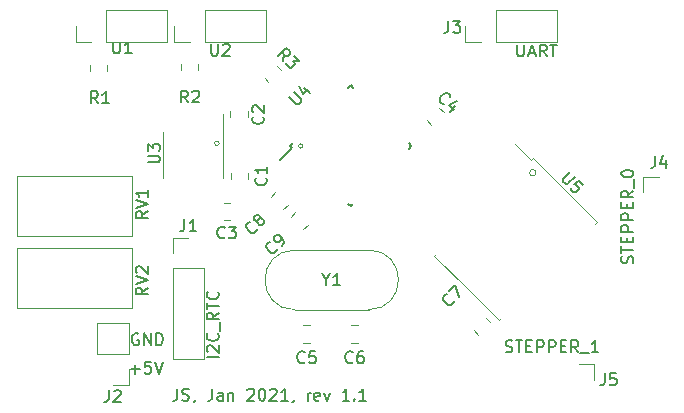
<source format=gbr>
%TF.GenerationSoftware,KiCad,Pcbnew,(5.1.8)-1*%
%TF.CreationDate,2021-01-17T19:24:47+01:00*%
%TF.ProjectId,Cirkel_Kalender,4369726b-656c-45f4-9b61-6c656e646572,rev?*%
%TF.SameCoordinates,Original*%
%TF.FileFunction,Legend,Top*%
%TF.FilePolarity,Positive*%
%FSLAX46Y46*%
G04 Gerber Fmt 4.6, Leading zero omitted, Abs format (unit mm)*
G04 Created by KiCad (PCBNEW (5.1.8)-1) date 2021-01-17 19:24:47*
%MOMM*%
%LPD*%
G01*
G04 APERTURE LIST*
%ADD10C,0.120000*%
%ADD11C,0.150000*%
G04 APERTURE END LIST*
D10*
X59888543Y-165328600D02*
G75*
G03*
X59888543Y-165328600I-274743J0D01*
G01*
X40137362Y-163068000D02*
G75*
G03*
X40137362Y-163068000I-183162J0D01*
G01*
X33061041Y-162839400D02*
G75*
G03*
X33061041Y-162839400I-193441J0D01*
G01*
D11*
X29504666Y-183627780D02*
X29504666Y-184342066D01*
X29457047Y-184484923D01*
X29361809Y-184580161D01*
X29218952Y-184627780D01*
X29123714Y-184627780D01*
X29933238Y-184580161D02*
X30076095Y-184627780D01*
X30314190Y-184627780D01*
X30409428Y-184580161D01*
X30457047Y-184532542D01*
X30504666Y-184437304D01*
X30504666Y-184342066D01*
X30457047Y-184246828D01*
X30409428Y-184199209D01*
X30314190Y-184151590D01*
X30123714Y-184103971D01*
X30028476Y-184056352D01*
X29980857Y-184008733D01*
X29933238Y-183913495D01*
X29933238Y-183818257D01*
X29980857Y-183723019D01*
X30028476Y-183675400D01*
X30123714Y-183627780D01*
X30361809Y-183627780D01*
X30504666Y-183675400D01*
X30980857Y-184580161D02*
X30980857Y-184627780D01*
X30933238Y-184723019D01*
X30885619Y-184770638D01*
X32457047Y-183627780D02*
X32457047Y-184342066D01*
X32409428Y-184484923D01*
X32314190Y-184580161D01*
X32171333Y-184627780D01*
X32076095Y-184627780D01*
X33361809Y-184627780D02*
X33361809Y-184103971D01*
X33314190Y-184008733D01*
X33218952Y-183961114D01*
X33028476Y-183961114D01*
X32933238Y-184008733D01*
X33361809Y-184580161D02*
X33266571Y-184627780D01*
X33028476Y-184627780D01*
X32933238Y-184580161D01*
X32885619Y-184484923D01*
X32885619Y-184389685D01*
X32933238Y-184294447D01*
X33028476Y-184246828D01*
X33266571Y-184246828D01*
X33361809Y-184199209D01*
X33838000Y-183961114D02*
X33838000Y-184627780D01*
X33838000Y-184056352D02*
X33885619Y-184008733D01*
X33980857Y-183961114D01*
X34123714Y-183961114D01*
X34218952Y-184008733D01*
X34266571Y-184103971D01*
X34266571Y-184627780D01*
X35457047Y-183723019D02*
X35504666Y-183675400D01*
X35599904Y-183627780D01*
X35838000Y-183627780D01*
X35933238Y-183675400D01*
X35980857Y-183723019D01*
X36028476Y-183818257D01*
X36028476Y-183913495D01*
X35980857Y-184056352D01*
X35409428Y-184627780D01*
X36028476Y-184627780D01*
X36647523Y-183627780D02*
X36742761Y-183627780D01*
X36838000Y-183675400D01*
X36885619Y-183723019D01*
X36933238Y-183818257D01*
X36980857Y-184008733D01*
X36980857Y-184246828D01*
X36933238Y-184437304D01*
X36885619Y-184532542D01*
X36838000Y-184580161D01*
X36742761Y-184627780D01*
X36647523Y-184627780D01*
X36552285Y-184580161D01*
X36504666Y-184532542D01*
X36457047Y-184437304D01*
X36409428Y-184246828D01*
X36409428Y-184008733D01*
X36457047Y-183818257D01*
X36504666Y-183723019D01*
X36552285Y-183675400D01*
X36647523Y-183627780D01*
X37361809Y-183723019D02*
X37409428Y-183675400D01*
X37504666Y-183627780D01*
X37742761Y-183627780D01*
X37838000Y-183675400D01*
X37885619Y-183723019D01*
X37933238Y-183818257D01*
X37933238Y-183913495D01*
X37885619Y-184056352D01*
X37314190Y-184627780D01*
X37933238Y-184627780D01*
X38885619Y-184627780D02*
X38314190Y-184627780D01*
X38599904Y-184627780D02*
X38599904Y-183627780D01*
X38504666Y-183770638D01*
X38409428Y-183865876D01*
X38314190Y-183913495D01*
X39361809Y-184580161D02*
X39361809Y-184627780D01*
X39314190Y-184723019D01*
X39266571Y-184770638D01*
X40552285Y-184627780D02*
X40552285Y-183961114D01*
X40552285Y-184151590D02*
X40599904Y-184056352D01*
X40647523Y-184008733D01*
X40742761Y-183961114D01*
X40838000Y-183961114D01*
X41552285Y-184580161D02*
X41457047Y-184627780D01*
X41266571Y-184627780D01*
X41171333Y-184580161D01*
X41123714Y-184484923D01*
X41123714Y-184103971D01*
X41171333Y-184008733D01*
X41266571Y-183961114D01*
X41457047Y-183961114D01*
X41552285Y-184008733D01*
X41599904Y-184103971D01*
X41599904Y-184199209D01*
X41123714Y-184294447D01*
X41933238Y-183961114D02*
X42171333Y-184627780D01*
X42409428Y-183961114D01*
X44076095Y-184627780D02*
X43504666Y-184627780D01*
X43790380Y-184627780D02*
X43790380Y-183627780D01*
X43695142Y-183770638D01*
X43599904Y-183865876D01*
X43504666Y-183913495D01*
X44504666Y-184532542D02*
X44552285Y-184580161D01*
X44504666Y-184627780D01*
X44457047Y-184580161D01*
X44504666Y-184532542D01*
X44504666Y-184627780D01*
X45504666Y-184627780D02*
X44933238Y-184627780D01*
X45218952Y-184627780D02*
X45218952Y-183627780D01*
X45123714Y-183770638D01*
X45028476Y-183865876D01*
X44933238Y-183913495D01*
X26212895Y-178976400D02*
X26117657Y-178928780D01*
X25974800Y-178928780D01*
X25831942Y-178976400D01*
X25736704Y-179071638D01*
X25689085Y-179166876D01*
X25641466Y-179357352D01*
X25641466Y-179500209D01*
X25689085Y-179690685D01*
X25736704Y-179785923D01*
X25831942Y-179881161D01*
X25974800Y-179928780D01*
X26070038Y-179928780D01*
X26212895Y-179881161D01*
X26260514Y-179833542D01*
X26260514Y-179500209D01*
X26070038Y-179500209D01*
X26689085Y-179928780D02*
X26689085Y-178928780D01*
X27260514Y-179928780D01*
X27260514Y-178928780D01*
X27736704Y-179928780D02*
X27736704Y-178928780D01*
X27974800Y-178928780D01*
X28117657Y-178976400D01*
X28212895Y-179071638D01*
X28260514Y-179166876D01*
X28308133Y-179357352D01*
X28308133Y-179500209D01*
X28260514Y-179690685D01*
X28212895Y-179785923D01*
X28117657Y-179881161D01*
X27974800Y-179928780D01*
X27736704Y-179928780D01*
X25562085Y-181960828D02*
X26323990Y-181960828D01*
X25943038Y-182341780D02*
X25943038Y-181579876D01*
X27276371Y-181341780D02*
X26800180Y-181341780D01*
X26752561Y-181817971D01*
X26800180Y-181770352D01*
X26895419Y-181722733D01*
X27133514Y-181722733D01*
X27228752Y-181770352D01*
X27276371Y-181817971D01*
X27323990Y-181913209D01*
X27323990Y-182151304D01*
X27276371Y-182246542D01*
X27228752Y-182294161D01*
X27133514Y-182341780D01*
X26895419Y-182341780D01*
X26800180Y-182294161D01*
X26752561Y-182246542D01*
X27609704Y-181341780D02*
X27943038Y-182341780D01*
X28276371Y-181341780D01*
X33015180Y-180944495D02*
X32015180Y-180944495D01*
X32110419Y-180515923D02*
X32062800Y-180468304D01*
X32015180Y-180373066D01*
X32015180Y-180134971D01*
X32062800Y-180039733D01*
X32110419Y-179992114D01*
X32205657Y-179944495D01*
X32300895Y-179944495D01*
X32443752Y-179992114D01*
X33015180Y-180563542D01*
X33015180Y-179944495D01*
X32919942Y-178944495D02*
X32967561Y-178992114D01*
X33015180Y-179134971D01*
X33015180Y-179230209D01*
X32967561Y-179373066D01*
X32872323Y-179468304D01*
X32777085Y-179515923D01*
X32586609Y-179563542D01*
X32443752Y-179563542D01*
X32253276Y-179515923D01*
X32158038Y-179468304D01*
X32062800Y-179373066D01*
X32015180Y-179230209D01*
X32015180Y-179134971D01*
X32062800Y-178992114D01*
X32110419Y-178944495D01*
X33110419Y-178754019D02*
X33110419Y-177992114D01*
X33015180Y-177182590D02*
X32538990Y-177515923D01*
X33015180Y-177754019D02*
X32015180Y-177754019D01*
X32015180Y-177373066D01*
X32062800Y-177277828D01*
X32110419Y-177230209D01*
X32205657Y-177182590D01*
X32348514Y-177182590D01*
X32443752Y-177230209D01*
X32491371Y-177277828D01*
X32538990Y-177373066D01*
X32538990Y-177754019D01*
X32015180Y-176896876D02*
X32015180Y-176325447D01*
X33015180Y-176611161D02*
X32015180Y-176611161D01*
X32919942Y-175420685D02*
X32967561Y-175468304D01*
X33015180Y-175611161D01*
X33015180Y-175706400D01*
X32967561Y-175849257D01*
X32872323Y-175944495D01*
X32777085Y-175992114D01*
X32586609Y-176039733D01*
X32443752Y-176039733D01*
X32253276Y-175992114D01*
X32158038Y-175944495D01*
X32062800Y-175849257D01*
X32015180Y-175706400D01*
X32015180Y-175611161D01*
X32062800Y-175468304D01*
X32110419Y-175420685D01*
X58297961Y-154493980D02*
X58297961Y-155303504D01*
X58345580Y-155398742D01*
X58393200Y-155446361D01*
X58488438Y-155493980D01*
X58678914Y-155493980D01*
X58774152Y-155446361D01*
X58821771Y-155398742D01*
X58869390Y-155303504D01*
X58869390Y-154493980D01*
X59297961Y-155208266D02*
X59774152Y-155208266D01*
X59202723Y-155493980D02*
X59536057Y-154493980D01*
X59869390Y-155493980D01*
X60774152Y-155493980D02*
X60440819Y-155017790D01*
X60202723Y-155493980D02*
X60202723Y-154493980D01*
X60583676Y-154493980D01*
X60678914Y-154541600D01*
X60726533Y-154589219D01*
X60774152Y-154684457D01*
X60774152Y-154827314D01*
X60726533Y-154922552D01*
X60678914Y-154970171D01*
X60583676Y-155017790D01*
X60202723Y-155017790D01*
X61059866Y-154493980D02*
X61631295Y-154493980D01*
X61345580Y-155493980D02*
X61345580Y-154493980D01*
X68070361Y-172990971D02*
X68117980Y-172848114D01*
X68117980Y-172610019D01*
X68070361Y-172514780D01*
X68022742Y-172467161D01*
X67927504Y-172419542D01*
X67832266Y-172419542D01*
X67737028Y-172467161D01*
X67689409Y-172514780D01*
X67641790Y-172610019D01*
X67594171Y-172800495D01*
X67546552Y-172895733D01*
X67498933Y-172943352D01*
X67403695Y-172990971D01*
X67308457Y-172990971D01*
X67213219Y-172943352D01*
X67165600Y-172895733D01*
X67117980Y-172800495D01*
X67117980Y-172562400D01*
X67165600Y-172419542D01*
X67117980Y-172133828D02*
X67117980Y-171562400D01*
X68117980Y-171848114D02*
X67117980Y-171848114D01*
X67594171Y-171229066D02*
X67594171Y-170895733D01*
X68117980Y-170752876D02*
X68117980Y-171229066D01*
X67117980Y-171229066D01*
X67117980Y-170752876D01*
X68117980Y-170324304D02*
X67117980Y-170324304D01*
X67117980Y-169943352D01*
X67165600Y-169848114D01*
X67213219Y-169800495D01*
X67308457Y-169752876D01*
X67451314Y-169752876D01*
X67546552Y-169800495D01*
X67594171Y-169848114D01*
X67641790Y-169943352D01*
X67641790Y-170324304D01*
X68117980Y-169324304D02*
X67117980Y-169324304D01*
X67117980Y-168943352D01*
X67165600Y-168848114D01*
X67213219Y-168800495D01*
X67308457Y-168752876D01*
X67451314Y-168752876D01*
X67546552Y-168800495D01*
X67594171Y-168848114D01*
X67641790Y-168943352D01*
X67641790Y-169324304D01*
X67594171Y-168324304D02*
X67594171Y-167990971D01*
X68117980Y-167848114D02*
X68117980Y-168324304D01*
X67117980Y-168324304D01*
X67117980Y-167848114D01*
X68117980Y-166848114D02*
X67641790Y-167181447D01*
X68117980Y-167419542D02*
X67117980Y-167419542D01*
X67117980Y-167038590D01*
X67165600Y-166943352D01*
X67213219Y-166895733D01*
X67308457Y-166848114D01*
X67451314Y-166848114D01*
X67546552Y-166895733D01*
X67594171Y-166943352D01*
X67641790Y-167038590D01*
X67641790Y-167419542D01*
X68213219Y-166657638D02*
X68213219Y-165895733D01*
X67117980Y-165467161D02*
X67117980Y-165371923D01*
X67165600Y-165276685D01*
X67213219Y-165229066D01*
X67308457Y-165181447D01*
X67498933Y-165133828D01*
X67737028Y-165133828D01*
X67927504Y-165181447D01*
X68022742Y-165229066D01*
X68070361Y-165276685D01*
X68117980Y-165371923D01*
X68117980Y-165467161D01*
X68070361Y-165562400D01*
X68022742Y-165610019D01*
X67927504Y-165657638D01*
X67737028Y-165705257D01*
X67498933Y-165705257D01*
X67308457Y-165657638D01*
X67213219Y-165610019D01*
X67165600Y-165562400D01*
X67117980Y-165467161D01*
X57310828Y-180490761D02*
X57453685Y-180538380D01*
X57691780Y-180538380D01*
X57787019Y-180490761D01*
X57834638Y-180443142D01*
X57882257Y-180347904D01*
X57882257Y-180252666D01*
X57834638Y-180157428D01*
X57787019Y-180109809D01*
X57691780Y-180062190D01*
X57501304Y-180014571D01*
X57406066Y-179966952D01*
X57358447Y-179919333D01*
X57310828Y-179824095D01*
X57310828Y-179728857D01*
X57358447Y-179633619D01*
X57406066Y-179586000D01*
X57501304Y-179538380D01*
X57739400Y-179538380D01*
X57882257Y-179586000D01*
X58167971Y-179538380D02*
X58739400Y-179538380D01*
X58453685Y-180538380D02*
X58453685Y-179538380D01*
X59072733Y-180014571D02*
X59406066Y-180014571D01*
X59548923Y-180538380D02*
X59072733Y-180538380D01*
X59072733Y-179538380D01*
X59548923Y-179538380D01*
X59977495Y-180538380D02*
X59977495Y-179538380D01*
X60358447Y-179538380D01*
X60453685Y-179586000D01*
X60501304Y-179633619D01*
X60548923Y-179728857D01*
X60548923Y-179871714D01*
X60501304Y-179966952D01*
X60453685Y-180014571D01*
X60358447Y-180062190D01*
X59977495Y-180062190D01*
X60977495Y-180538380D02*
X60977495Y-179538380D01*
X61358447Y-179538380D01*
X61453685Y-179586000D01*
X61501304Y-179633619D01*
X61548923Y-179728857D01*
X61548923Y-179871714D01*
X61501304Y-179966952D01*
X61453685Y-180014571D01*
X61358447Y-180062190D01*
X60977495Y-180062190D01*
X61977495Y-180014571D02*
X62310828Y-180014571D01*
X62453685Y-180538380D02*
X61977495Y-180538380D01*
X61977495Y-179538380D01*
X62453685Y-179538380D01*
X63453685Y-180538380D02*
X63120352Y-180062190D01*
X62882257Y-180538380D02*
X62882257Y-179538380D01*
X63263209Y-179538380D01*
X63358447Y-179586000D01*
X63406066Y-179633619D01*
X63453685Y-179728857D01*
X63453685Y-179871714D01*
X63406066Y-179966952D01*
X63358447Y-180014571D01*
X63263209Y-180062190D01*
X62882257Y-180062190D01*
X63644161Y-180633619D02*
X64406066Y-180633619D01*
X65167971Y-180538380D02*
X64596542Y-180538380D01*
X64882257Y-180538380D02*
X64882257Y-179538380D01*
X64787019Y-179681238D01*
X64691780Y-179776476D01*
X64596542Y-179824095D01*
D10*
%TO.C,U1*%
X20895000Y-154238000D02*
X20895000Y-152908000D01*
X22225000Y-154238000D02*
X20895000Y-154238000D01*
X23495000Y-154238000D02*
X23495000Y-151578000D01*
X23495000Y-151578000D02*
X28635000Y-151578000D01*
X23495000Y-154238000D02*
X28635000Y-154238000D01*
X28635000Y-154238000D02*
X28635000Y-151578000D01*
%TO.C,U2*%
X29251600Y-154238000D02*
X29251600Y-152908000D01*
X30581600Y-154238000D02*
X29251600Y-154238000D01*
X31851600Y-154238000D02*
X31851600Y-151578000D01*
X31851600Y-151578000D02*
X36991600Y-151578000D01*
X31851600Y-154238000D02*
X36991600Y-154238000D01*
X36991600Y-154238000D02*
X36991600Y-151578000D01*
%TO.C,C1*%
X34063000Y-165346748D02*
X34063000Y-165869252D01*
X35533000Y-165346748D02*
X35533000Y-165869252D01*
%TO.C,C2*%
X35482200Y-160636852D02*
X35482200Y-160114348D01*
X34012200Y-160636852D02*
X34012200Y-160114348D01*
%TO.C,C3*%
X33961252Y-167865000D02*
X33438748Y-167865000D01*
X33961252Y-169335000D02*
X33438748Y-169335000D01*
%TO.C,C7*%
X54595543Y-178684990D02*
X54965010Y-179054457D01*
X55634990Y-177645543D02*
X56004457Y-178015010D01*
%TO.C,R1*%
X22125000Y-156236936D02*
X22125000Y-156691064D01*
X23595000Y-156236936D02*
X23595000Y-156691064D01*
%TO.C,R2*%
X29795800Y-156170136D02*
X29795800Y-156624264D01*
X31265800Y-156170136D02*
X31265800Y-156624264D01*
%TO.C,R3*%
X36911718Y-157331165D02*
X37232835Y-157652282D01*
X37951165Y-156291718D02*
X38272282Y-156612835D01*
%TO.C,J5*%
X63500000Y-181550000D02*
X64830000Y-181550000D01*
X64830000Y-181550000D02*
X64830000Y-182880000D01*
%TO.C,J4*%
X68970000Y-167000000D02*
X68970000Y-165670000D01*
X68970000Y-165670000D02*
X70300000Y-165670000D01*
%TO.C,C4*%
X52054457Y-160215010D02*
X51684990Y-159845543D01*
X51015010Y-161254457D02*
X50645543Y-160884990D01*
%TO.C,C5*%
X40194748Y-178241000D02*
X40717252Y-178241000D01*
X40194748Y-179711000D02*
X40717252Y-179711000D01*
%TO.C,C6*%
X44258748Y-179711000D02*
X44781252Y-179711000D01*
X44258748Y-178241000D02*
X44781252Y-178241000D01*
%TO.C,J2*%
X25383800Y-178095600D02*
X22723800Y-178095600D01*
X25383800Y-180695600D02*
X25383800Y-178095600D01*
X22723800Y-180695600D02*
X22723800Y-178095600D01*
X25383800Y-180695600D02*
X22723800Y-180695600D01*
X25383800Y-181965600D02*
X25383800Y-183295600D01*
X25383800Y-183295600D02*
X24053800Y-183295600D01*
%TO.C,RV1*%
X25713000Y-170678000D02*
X15943000Y-170678000D01*
X25713000Y-165608000D02*
X15943000Y-165608000D01*
X25713000Y-170678000D02*
X25713000Y-165608000D01*
X15943000Y-170678000D02*
X15943000Y-165608000D01*
%TO.C,RV2*%
X15943000Y-176774000D02*
X15943000Y-171704000D01*
X25713000Y-176774000D02*
X25713000Y-171704000D01*
X25713000Y-171704000D02*
X15943000Y-171704000D01*
X25713000Y-176774000D02*
X15943000Y-176774000D01*
%TO.C,U3*%
X28290000Y-163800000D02*
X28290000Y-165750000D01*
X28290000Y-163800000D02*
X28290000Y-161850000D01*
X33410000Y-163800000D02*
X33410000Y-165750000D01*
X33410000Y-163800000D02*
X33410000Y-160350000D01*
D11*
%TO.C,U4*%
X39069476Y-163068000D02*
X39228575Y-163227099D01*
X44196000Y-157941476D02*
X44425810Y-158171286D01*
X49322524Y-163068000D02*
X49092714Y-162838190D01*
X44196000Y-168194524D02*
X43966190Y-167964714D01*
X39069476Y-163068000D02*
X39299286Y-162838190D01*
X44196000Y-168194524D02*
X44425810Y-167964714D01*
X49322524Y-163068000D02*
X49092714Y-163297810D01*
X44196000Y-157941476D02*
X43966190Y-158171286D01*
X39228575Y-163227099D02*
X38220948Y-164234726D01*
D10*
%TO.C,U5*%
X54004677Y-175103323D02*
X56734109Y-177832756D01*
X56734109Y-177832756D02*
X56907350Y-177659514D01*
X54004677Y-175103323D02*
X51275244Y-172373891D01*
X51275244Y-172373891D02*
X51448486Y-172200650D01*
X62327323Y-166780677D02*
X65056756Y-169510109D01*
X65056756Y-169510109D02*
X64883514Y-169683350D01*
X62327323Y-166780677D02*
X59597891Y-164051244D01*
X59597891Y-164051244D02*
X59424650Y-164224486D01*
X59424650Y-164224486D02*
X58141251Y-162941087D01*
%TO.C,Y1*%
X45713000Y-176929000D02*
X39463000Y-176929000D01*
X45713000Y-171879000D02*
X39463000Y-171879000D01*
X45713000Y-171879000D02*
G75*
G02*
X45713000Y-176929000I0J-2525000D01*
G01*
X39463000Y-171879000D02*
G75*
G03*
X39463000Y-176929000I0J-2525000D01*
G01*
%TO.C,C8*%
X37815010Y-166995543D02*
X37445543Y-167365010D01*
X38854457Y-168034990D02*
X38484990Y-168404457D01*
%TO.C,C9*%
X40554457Y-169734990D02*
X40184990Y-170104457D01*
X39515010Y-168695543D02*
X39145543Y-169065010D01*
%TO.C,J1*%
X29124600Y-181111200D02*
X31784600Y-181111200D01*
X29124600Y-173431200D02*
X29124600Y-181111200D01*
X31784600Y-173431200D02*
X31784600Y-181111200D01*
X29124600Y-173431200D02*
X31784600Y-173431200D01*
X29124600Y-172161200D02*
X29124600Y-170831200D01*
X29124600Y-170831200D02*
X30454600Y-170831200D01*
%TO.C,J3*%
X61629600Y-154238000D02*
X61629600Y-151578000D01*
X56489600Y-154238000D02*
X61629600Y-154238000D01*
X56489600Y-151578000D02*
X61629600Y-151578000D01*
X56489600Y-154238000D02*
X56489600Y-151578000D01*
X55219600Y-154238000D02*
X53889600Y-154238000D01*
X53889600Y-154238000D02*
X53889600Y-152908000D01*
%TO.C,U1*%
D11*
X24079295Y-154239980D02*
X24079295Y-155049504D01*
X24126914Y-155144742D01*
X24174533Y-155192361D01*
X24269771Y-155239980D01*
X24460247Y-155239980D01*
X24555485Y-155192361D01*
X24603104Y-155144742D01*
X24650723Y-155049504D01*
X24650723Y-154239980D01*
X25650723Y-155239980D02*
X25079295Y-155239980D01*
X25365009Y-155239980D02*
X25365009Y-154239980D01*
X25269771Y-154382838D01*
X25174533Y-154478076D01*
X25079295Y-154525695D01*
%TO.C,U2*%
X32385095Y-154417780D02*
X32385095Y-155227304D01*
X32432714Y-155322542D01*
X32480333Y-155370161D01*
X32575571Y-155417780D01*
X32766047Y-155417780D01*
X32861285Y-155370161D01*
X32908904Y-155322542D01*
X32956523Y-155227304D01*
X32956523Y-154417780D01*
X33385095Y-154513019D02*
X33432714Y-154465400D01*
X33527952Y-154417780D01*
X33766047Y-154417780D01*
X33861285Y-154465400D01*
X33908904Y-154513019D01*
X33956523Y-154608257D01*
X33956523Y-154703495D01*
X33908904Y-154846352D01*
X33337476Y-155417780D01*
X33956523Y-155417780D01*
%TO.C,C1*%
X37005142Y-165774666D02*
X37052761Y-165822285D01*
X37100380Y-165965142D01*
X37100380Y-166060380D01*
X37052761Y-166203238D01*
X36957523Y-166298476D01*
X36862285Y-166346095D01*
X36671809Y-166393714D01*
X36528952Y-166393714D01*
X36338476Y-166346095D01*
X36243238Y-166298476D01*
X36148000Y-166203238D01*
X36100380Y-166060380D01*
X36100380Y-165965142D01*
X36148000Y-165822285D01*
X36195619Y-165774666D01*
X37100380Y-164822285D02*
X37100380Y-165393714D01*
X37100380Y-165108000D02*
X36100380Y-165108000D01*
X36243238Y-165203238D01*
X36338476Y-165298476D01*
X36386095Y-165393714D01*
%TO.C,C2*%
X36755342Y-160593066D02*
X36802961Y-160640685D01*
X36850580Y-160783542D01*
X36850580Y-160878780D01*
X36802961Y-161021638D01*
X36707723Y-161116876D01*
X36612485Y-161164495D01*
X36422009Y-161212114D01*
X36279152Y-161212114D01*
X36088676Y-161164495D01*
X35993438Y-161116876D01*
X35898200Y-161021638D01*
X35850580Y-160878780D01*
X35850580Y-160783542D01*
X35898200Y-160640685D01*
X35945819Y-160593066D01*
X35945819Y-160212114D02*
X35898200Y-160164495D01*
X35850580Y-160069257D01*
X35850580Y-159831161D01*
X35898200Y-159735923D01*
X35945819Y-159688304D01*
X36041057Y-159640685D01*
X36136295Y-159640685D01*
X36279152Y-159688304D01*
X36850580Y-160259733D01*
X36850580Y-159640685D01*
%TO.C,C3*%
X33533333Y-170807142D02*
X33485714Y-170854761D01*
X33342857Y-170902380D01*
X33247619Y-170902380D01*
X33104761Y-170854761D01*
X33009523Y-170759523D01*
X32961904Y-170664285D01*
X32914285Y-170473809D01*
X32914285Y-170330952D01*
X32961904Y-170140476D01*
X33009523Y-170045238D01*
X33104761Y-169950000D01*
X33247619Y-169902380D01*
X33342857Y-169902380D01*
X33485714Y-169950000D01*
X33533333Y-169997619D01*
X33866666Y-169902380D02*
X34485714Y-169902380D01*
X34152380Y-170283333D01*
X34295238Y-170283333D01*
X34390476Y-170330952D01*
X34438095Y-170378571D01*
X34485714Y-170473809D01*
X34485714Y-170711904D01*
X34438095Y-170807142D01*
X34390476Y-170854761D01*
X34295238Y-170902380D01*
X34009523Y-170902380D01*
X33914285Y-170854761D01*
X33866666Y-170807142D01*
%TO.C,C7*%
X52920215Y-176205917D02*
X52920215Y-176273260D01*
X52852871Y-176407947D01*
X52785528Y-176475291D01*
X52650840Y-176542634D01*
X52516153Y-176542634D01*
X52415138Y-176508963D01*
X52246779Y-176407947D01*
X52145764Y-176306932D01*
X52044749Y-176138573D01*
X52011077Y-176037558D01*
X52011077Y-175902871D01*
X52078421Y-175768184D01*
X52145764Y-175700840D01*
X52280451Y-175633497D01*
X52347795Y-175633497D01*
X52516153Y-175330451D02*
X52987558Y-174859047D01*
X53391619Y-175869199D01*
%TO.C,R1*%
X22783333Y-159452380D02*
X22450000Y-158976190D01*
X22211904Y-159452380D02*
X22211904Y-158452380D01*
X22592857Y-158452380D01*
X22688095Y-158500000D01*
X22735714Y-158547619D01*
X22783333Y-158642857D01*
X22783333Y-158785714D01*
X22735714Y-158880952D01*
X22688095Y-158928571D01*
X22592857Y-158976190D01*
X22211904Y-158976190D01*
X23735714Y-159452380D02*
X23164285Y-159452380D01*
X23450000Y-159452380D02*
X23450000Y-158452380D01*
X23354761Y-158595238D01*
X23259523Y-158690476D01*
X23164285Y-158738095D01*
%TO.C,R2*%
X30408133Y-159385580D02*
X30074800Y-158909390D01*
X29836704Y-159385580D02*
X29836704Y-158385580D01*
X30217657Y-158385580D01*
X30312895Y-158433200D01*
X30360514Y-158480819D01*
X30408133Y-158576057D01*
X30408133Y-158718914D01*
X30360514Y-158814152D01*
X30312895Y-158861771D01*
X30217657Y-158909390D01*
X29836704Y-158909390D01*
X30789085Y-158480819D02*
X30836704Y-158433200D01*
X30931942Y-158385580D01*
X31170038Y-158385580D01*
X31265276Y-158433200D01*
X31312895Y-158480819D01*
X31360514Y-158576057D01*
X31360514Y-158671295D01*
X31312895Y-158814152D01*
X30741466Y-159385580D01*
X31360514Y-159385580D01*
%TO.C,R3*%
X38441201Y-155887096D02*
X38542216Y-155314676D01*
X38037140Y-155483035D02*
X38744246Y-154775928D01*
X39013621Y-155045302D01*
X39047292Y-155146317D01*
X39047292Y-155213661D01*
X39013621Y-155314676D01*
X38912605Y-155415691D01*
X38811590Y-155449363D01*
X38744246Y-155449363D01*
X38643231Y-155415691D01*
X38373857Y-155146317D01*
X39384010Y-155415691D02*
X39821743Y-155853424D01*
X39316666Y-155887096D01*
X39417682Y-155988111D01*
X39451353Y-156089127D01*
X39451353Y-156156470D01*
X39417682Y-156257485D01*
X39249323Y-156425844D01*
X39148308Y-156459516D01*
X39080964Y-156459516D01*
X38979949Y-156425844D01*
X38777918Y-156223814D01*
X38744246Y-156122798D01*
X38744246Y-156055455D01*
%TO.C,J5*%
X65706666Y-182332380D02*
X65706666Y-183046666D01*
X65659047Y-183189523D01*
X65563809Y-183284761D01*
X65420952Y-183332380D01*
X65325714Y-183332380D01*
X66659047Y-182332380D02*
X66182857Y-182332380D01*
X66135238Y-182808571D01*
X66182857Y-182760952D01*
X66278095Y-182713333D01*
X66516190Y-182713333D01*
X66611428Y-182760952D01*
X66659047Y-182808571D01*
X66706666Y-182903809D01*
X66706666Y-183141904D01*
X66659047Y-183237142D01*
X66611428Y-183284761D01*
X66516190Y-183332380D01*
X66278095Y-183332380D01*
X66182857Y-183284761D01*
X66135238Y-183237142D01*
%TO.C,J4*%
X69966666Y-163912380D02*
X69966666Y-164626666D01*
X69919047Y-164769523D01*
X69823809Y-164864761D01*
X69680952Y-164912380D01*
X69585714Y-164912380D01*
X70871428Y-164245714D02*
X70871428Y-164912380D01*
X70633333Y-163864761D02*
X70395238Y-164579047D01*
X71014285Y-164579047D01*
%TO.C,C4*%
X52055210Y-159519688D02*
X51987867Y-159519688D01*
X51853180Y-159452344D01*
X51785836Y-159385001D01*
X51718493Y-159250313D01*
X51718493Y-159115626D01*
X51752164Y-159014611D01*
X51853180Y-158846252D01*
X51954195Y-158745237D01*
X52122554Y-158644222D01*
X52223569Y-158610550D01*
X52358256Y-158610550D01*
X52492943Y-158677894D01*
X52560287Y-158745237D01*
X52627630Y-158879924D01*
X52627630Y-158947268D01*
X53065363Y-159721718D02*
X52593958Y-160193123D01*
X53166378Y-159283985D02*
X52492943Y-159620703D01*
X52930676Y-160058436D01*
%TO.C,C5*%
X40289333Y-181365142D02*
X40241714Y-181412761D01*
X40098857Y-181460380D01*
X40003619Y-181460380D01*
X39860761Y-181412761D01*
X39765523Y-181317523D01*
X39717904Y-181222285D01*
X39670285Y-181031809D01*
X39670285Y-180888952D01*
X39717904Y-180698476D01*
X39765523Y-180603238D01*
X39860761Y-180508000D01*
X40003619Y-180460380D01*
X40098857Y-180460380D01*
X40241714Y-180508000D01*
X40289333Y-180555619D01*
X41194095Y-180460380D02*
X40717904Y-180460380D01*
X40670285Y-180936571D01*
X40717904Y-180888952D01*
X40813142Y-180841333D01*
X41051238Y-180841333D01*
X41146476Y-180888952D01*
X41194095Y-180936571D01*
X41241714Y-181031809D01*
X41241714Y-181269904D01*
X41194095Y-181365142D01*
X41146476Y-181412761D01*
X41051238Y-181460380D01*
X40813142Y-181460380D01*
X40717904Y-181412761D01*
X40670285Y-181365142D01*
%TO.C,C6*%
X44353333Y-181365142D02*
X44305714Y-181412761D01*
X44162857Y-181460380D01*
X44067619Y-181460380D01*
X43924761Y-181412761D01*
X43829523Y-181317523D01*
X43781904Y-181222285D01*
X43734285Y-181031809D01*
X43734285Y-180888952D01*
X43781904Y-180698476D01*
X43829523Y-180603238D01*
X43924761Y-180508000D01*
X44067619Y-180460380D01*
X44162857Y-180460380D01*
X44305714Y-180508000D01*
X44353333Y-180555619D01*
X45210476Y-180460380D02*
X45020000Y-180460380D01*
X44924761Y-180508000D01*
X44877142Y-180555619D01*
X44781904Y-180698476D01*
X44734285Y-180888952D01*
X44734285Y-181269904D01*
X44781904Y-181365142D01*
X44829523Y-181412761D01*
X44924761Y-181460380D01*
X45115238Y-181460380D01*
X45210476Y-181412761D01*
X45258095Y-181365142D01*
X45305714Y-181269904D01*
X45305714Y-181031809D01*
X45258095Y-180936571D01*
X45210476Y-180888952D01*
X45115238Y-180841333D01*
X44924761Y-180841333D01*
X44829523Y-180888952D01*
X44781904Y-180936571D01*
X44734285Y-181031809D01*
%TO.C,J2*%
X23720466Y-183747980D02*
X23720466Y-184462266D01*
X23672847Y-184605123D01*
X23577609Y-184700361D01*
X23434752Y-184747980D01*
X23339514Y-184747980D01*
X24149038Y-183843219D02*
X24196657Y-183795600D01*
X24291895Y-183747980D01*
X24529990Y-183747980D01*
X24625228Y-183795600D01*
X24672847Y-183843219D01*
X24720466Y-183938457D01*
X24720466Y-184033695D01*
X24672847Y-184176552D01*
X24101419Y-184747980D01*
X24720466Y-184747980D01*
%TO.C,RV1*%
X26995380Y-168590838D02*
X26519190Y-168924171D01*
X26995380Y-169162266D02*
X25995380Y-169162266D01*
X25995380Y-168781314D01*
X26043000Y-168686076D01*
X26090619Y-168638457D01*
X26185857Y-168590838D01*
X26328714Y-168590838D01*
X26423952Y-168638457D01*
X26471571Y-168686076D01*
X26519190Y-168781314D01*
X26519190Y-169162266D01*
X25995380Y-168305123D02*
X26995380Y-167971790D01*
X25995380Y-167638457D01*
X26995380Y-166781314D02*
X26995380Y-167352742D01*
X26995380Y-167067028D02*
X25995380Y-167067028D01*
X26138238Y-167162266D01*
X26233476Y-167257504D01*
X26281095Y-167352742D01*
%TO.C,RV2*%
X26995380Y-175067838D02*
X26519190Y-175401171D01*
X26995380Y-175639266D02*
X25995380Y-175639266D01*
X25995380Y-175258314D01*
X26043000Y-175163076D01*
X26090619Y-175115457D01*
X26185857Y-175067838D01*
X26328714Y-175067838D01*
X26423952Y-175115457D01*
X26471571Y-175163076D01*
X26519190Y-175258314D01*
X26519190Y-175639266D01*
X25995380Y-174782123D02*
X26995380Y-174448790D01*
X25995380Y-174115457D01*
X26090619Y-173829742D02*
X26043000Y-173782123D01*
X25995380Y-173686885D01*
X25995380Y-173448790D01*
X26043000Y-173353552D01*
X26090619Y-173305933D01*
X26185857Y-173258314D01*
X26281095Y-173258314D01*
X26423952Y-173305933D01*
X26995380Y-173877361D01*
X26995380Y-173258314D01*
%TO.C,U3*%
X27036780Y-164464904D02*
X27846304Y-164464904D01*
X27941542Y-164417285D01*
X27989161Y-164369666D01*
X28036780Y-164274428D01*
X28036780Y-164083952D01*
X27989161Y-163988714D01*
X27941542Y-163941095D01*
X27846304Y-163893476D01*
X27036780Y-163893476D01*
X27036780Y-163512523D02*
X27036780Y-162893476D01*
X27417733Y-163226809D01*
X27417733Y-163083952D01*
X27465352Y-162988714D01*
X27512971Y-162941095D01*
X27608209Y-162893476D01*
X27846304Y-162893476D01*
X27941542Y-162941095D01*
X27989161Y-162988714D01*
X28036780Y-163083952D01*
X28036780Y-163369666D01*
X27989161Y-163464904D01*
X27941542Y-163512523D01*
%TO.C,U4*%
X38992030Y-158941526D02*
X39564450Y-159513946D01*
X39665465Y-159547618D01*
X39732809Y-159547618D01*
X39833824Y-159513946D01*
X39968511Y-159379259D01*
X40002183Y-159278244D01*
X40002183Y-159210900D01*
X39968511Y-159109885D01*
X39396091Y-158537465D01*
X40271557Y-158133404D02*
X40742961Y-158604809D01*
X39833824Y-158032389D02*
X40170542Y-158705824D01*
X40608274Y-158268091D01*
%TO.C,U5*%
X62766235Y-165264268D02*
X62193815Y-165836688D01*
X62160143Y-165937703D01*
X62160143Y-166005047D01*
X62193815Y-166106062D01*
X62328502Y-166240749D01*
X62429517Y-166274421D01*
X62496861Y-166274421D01*
X62597876Y-166240749D01*
X63170296Y-165668329D01*
X63843731Y-166341764D02*
X63507013Y-166005047D01*
X63136624Y-166308093D01*
X63203967Y-166308093D01*
X63304983Y-166341764D01*
X63473341Y-166510123D01*
X63507013Y-166611138D01*
X63507013Y-166678482D01*
X63473341Y-166779497D01*
X63304983Y-166947856D01*
X63203967Y-166981528D01*
X63136624Y-166981528D01*
X63035609Y-166947856D01*
X62867250Y-166779497D01*
X62833578Y-166678482D01*
X62833578Y-166611138D01*
%TO.C,Y1*%
X42111809Y-174380190D02*
X42111809Y-174856380D01*
X41778476Y-173856380D02*
X42111809Y-174380190D01*
X42445142Y-173856380D01*
X43302285Y-174856380D02*
X42730857Y-174856380D01*
X43016571Y-174856380D02*
X43016571Y-173856380D01*
X42921333Y-173999238D01*
X42826095Y-174094476D01*
X42730857Y-174142095D01*
%TO.C,C8*%
X36252687Y-170102389D02*
X36252687Y-170169732D01*
X36185343Y-170304419D01*
X36118000Y-170371763D01*
X35983312Y-170439106D01*
X35848625Y-170439106D01*
X35747610Y-170405435D01*
X35579251Y-170304419D01*
X35478236Y-170203404D01*
X35377221Y-170035045D01*
X35343549Y-169934030D01*
X35343549Y-169799343D01*
X35410893Y-169664656D01*
X35478236Y-169597312D01*
X35612923Y-169529969D01*
X35680267Y-169529969D01*
X36320030Y-169361610D02*
X36219015Y-169395282D01*
X36151671Y-169395282D01*
X36050656Y-169361610D01*
X36016984Y-169327938D01*
X35983312Y-169226923D01*
X35983312Y-169159580D01*
X36016984Y-169058564D01*
X36151671Y-168923877D01*
X36252687Y-168890206D01*
X36320030Y-168890206D01*
X36421045Y-168923877D01*
X36454717Y-168957549D01*
X36488389Y-169058564D01*
X36488389Y-169125908D01*
X36454717Y-169226923D01*
X36320030Y-169361610D01*
X36286358Y-169462625D01*
X36286358Y-169529969D01*
X36320030Y-169630984D01*
X36454717Y-169765671D01*
X36555732Y-169799343D01*
X36623076Y-169799343D01*
X36724091Y-169765671D01*
X36858778Y-169630984D01*
X36892450Y-169529969D01*
X36892450Y-169462625D01*
X36858778Y-169361610D01*
X36724091Y-169226923D01*
X36623076Y-169193251D01*
X36555732Y-169193251D01*
X36454717Y-169226923D01*
%TO.C,C9*%
X37952687Y-171802389D02*
X37952687Y-171869732D01*
X37885343Y-172004419D01*
X37818000Y-172071763D01*
X37683312Y-172139106D01*
X37548625Y-172139106D01*
X37447610Y-172105435D01*
X37279251Y-172004419D01*
X37178236Y-171903404D01*
X37077221Y-171735045D01*
X37043549Y-171634030D01*
X37043549Y-171499343D01*
X37110893Y-171364656D01*
X37178236Y-171297312D01*
X37312923Y-171229969D01*
X37380267Y-171229969D01*
X38356748Y-171533015D02*
X38491435Y-171398328D01*
X38525106Y-171297312D01*
X38525106Y-171229969D01*
X38491435Y-171061610D01*
X38390419Y-170893251D01*
X38121045Y-170623877D01*
X38020030Y-170590206D01*
X37952687Y-170590206D01*
X37851671Y-170623877D01*
X37716984Y-170758564D01*
X37683312Y-170859580D01*
X37683312Y-170926923D01*
X37716984Y-171027938D01*
X37885343Y-171196297D01*
X37986358Y-171229969D01*
X38053702Y-171229969D01*
X38154717Y-171196297D01*
X38289404Y-171061610D01*
X38323076Y-170960595D01*
X38323076Y-170893251D01*
X38289404Y-170792236D01*
%TO.C,J1*%
X30121266Y-169283580D02*
X30121266Y-169997866D01*
X30073647Y-170140723D01*
X29978409Y-170235961D01*
X29835552Y-170283580D01*
X29740314Y-170283580D01*
X31121266Y-170283580D02*
X30549838Y-170283580D01*
X30835552Y-170283580D02*
X30835552Y-169283580D01*
X30740314Y-169426438D01*
X30645076Y-169521676D01*
X30549838Y-169569295D01*
%TO.C,J3*%
X52473266Y-152487380D02*
X52473266Y-153201666D01*
X52425647Y-153344523D01*
X52330409Y-153439761D01*
X52187552Y-153487380D01*
X52092314Y-153487380D01*
X52854219Y-152487380D02*
X53473266Y-152487380D01*
X53139933Y-152868333D01*
X53282790Y-152868333D01*
X53378028Y-152915952D01*
X53425647Y-152963571D01*
X53473266Y-153058809D01*
X53473266Y-153296904D01*
X53425647Y-153392142D01*
X53378028Y-153439761D01*
X53282790Y-153487380D01*
X52997076Y-153487380D01*
X52901838Y-153439761D01*
X52854219Y-153392142D01*
%TD*%
M02*

</source>
